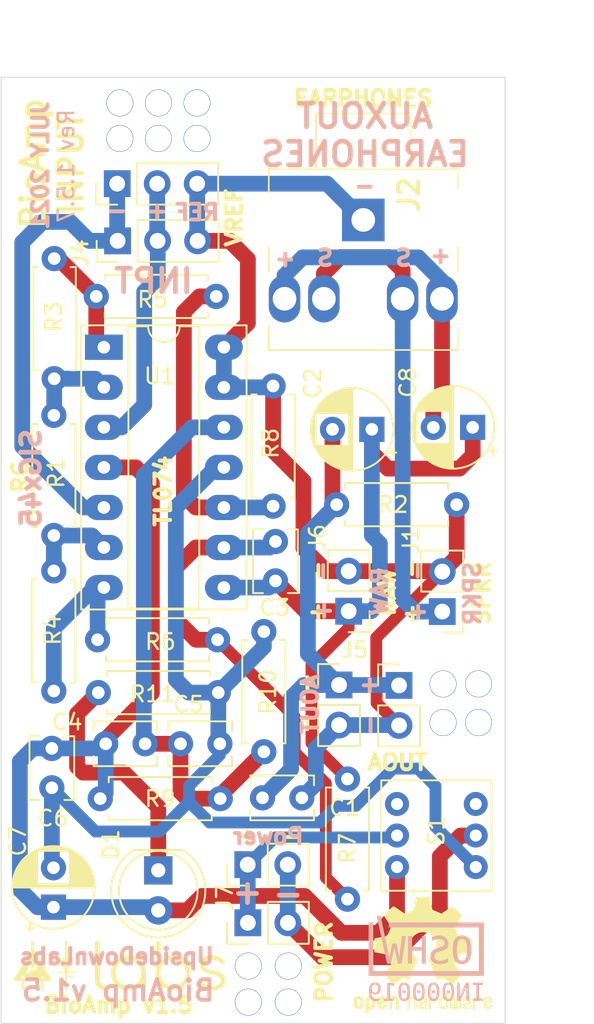
<source format=kicad_pcb>
(kicad_pcb (version 20171130) (host pcbnew 5.1.10-1.fc32)
  (title_block (title "BioAmp v1.5") (date 2021-07-29) (rev v1.5.7) (company "Upside Down Labs") (comment 1 "Compatible with BYB Spike Recorder") (comment 2 "Single supply BioAmp") (comment 3 "TL074 based BioPotential Amplifier") (comment 4 "Upside Down Labs BioAmp v1.5"))
  (layers (0 F.Cu signal) (31 B.Cu signal) (34 B.Paste user hide) (35 F.Paste user hide) (36 B.SilkS user) (37 F.SilkS user) (38 B.Mask user hide) (39 F.Mask user hide) (44 Edge.Cuts user))
  (net 0 "")
  (net 1 ACout)
  (net 2 Vref)
  (net 3 Aout)
  (net 4 "Net-(C3-Pad1)")
  (net 5 +9V)
  (net 6 "Net-(C4-Pad1)")
  (net 7 GND)
  (net 8 "Net-(D1-Pad1)")
  (net 9 "Net-(J1-Pad1)")
  (net 10 E2)
  (net 11 E1)
  (net 12 "Net-(R1-Pad2)")
  (net 13 "Net-(R1-Pad1)")
  (net 14 "Net-(R3-Pad1)")
  (net 15 "Net-(R4-Pad1)")
  (net 16 "Net-(R5-Pad1)")
  (net 17 "Net-(S1-Pad1)")
  (net 18 B+)
  (net 19 "Net-(S1-Pad4)")
  (net 20 B-)
  (net 21 ACout_spkr)
  (module udlabs:udlabsNew_13.4x3.2mm (layer F.Cu) (at 131.0386 122.2248)
    (fp_text reference REF** hide)
    (fp_text value LOGO hide)
  )
  (module udlabs:OSHWA_IN000019_9.1x6.7 (layer B.Cu) (at 150.5 122 180)
    (fp_text reference REF** hide)
    (fp_text value LOGO hide)
  )
  (module Symbol:OSHW-Logo2_9.8x8mm_SilkScreen (layer F.Cu) (at 150.2972 121.5812)
    (fp_text reference REF** hide)
    (fp_text value OSHW-Logo2_9.8x8mm_SilkScreen hide)
  )
  (module udlabs:G64_DPDT (layer F.Cu) (at 151.6434 110.9894 270)
    (fp_text reference S1 (at 2.6924 0.508 90) (layer F.SilkS))
    (fp_text value TL2285EE)
    (pad 6 thru_hole circle (at 5 -2 270) (size 1.524 1.524) (drill 0.762) (layers *.Cu *.Mask) (net 7 GND))
    (pad 5 thru_hole circle (at 3 -2 270) (size 1.524 1.524) (drill 0.762) (layers *.Cu *.Mask) (net 20 B-))
    (pad 4 thru_hole circle (at 1 -2 270) (size 1.524 1.524) (drill 0.762) (layers *.Cu *.Mask) (net 19 "Net-(S1-Pad4)"))
    (pad 3 thru_hole circle (at 5 3 270) (size 1.524 1.524) (drill 0.762) (layers *.Cu *.Mask) (net 5 +9V))
    (pad 2 thru_hole circle (at 3 3 270) (size 1.524 1.524) (drill 0.762) (layers *.Cu *.Mask) (net 18 B+))
    (pad 1 thru_hole circle (at 1 3 270) (size 1.524 1.524) (drill 0.762) (layers *.Cu *.Mask) (net 17 "Net-(S1-Pad1)"))
  )
  (module Connector_PinHeader_2.54mm:PinHeader_1x02_P2.54mm_Vertical (layer F.Cu) (at 139.172 119.5238 90)
    (fp_text reference J7 (at 1.6002 -1.4732 90) (layer F.SilkS))
    (fp_text value "9v snap")
    (pad 2 thru_hole oval (at 0 2.54 90) (size 1.7 1.7) (drill 1) (layers *.Cu *.Mask) (net 20 B-))
    (pad 1 thru_hole rect (at 0 0 90) (size 1.7 1.7) (drill 1) (layers *.Cu *.Mask) (net 18 B+))
  )
  (module Capacitor_THT:C_Disc_D3.8mm_W2.6mm_P2.50mm (layer F.Cu) (at 142.601 111.599 180)
    (fp_text reference C1 (at -2.7178 -0.635) (layer F.SilkS))
    (fp_text value 100nF)
    (pad 2 thru_hole circle (at 2.5 0 180) (size 1.6 1.6) (drill 0.8) (layers *.Cu *.Mask) (net 1 ACout))
    (pad 1 thru_hole circle (at 0 0 180) (size 1.6 1.6) (drill 0.8) (layers *.Cu *.Mask) (net 2 Vref))
  )
  (module Capacitor_THT:CP_Radial_D5.0mm_P2.50mm (layer F.Cu) (at 153.4468 88.104 180)
    (fp_text reference C8 (at 4.1148 2.8448 90) (layer F.SilkS))
    (fp_text value 47uF)
    (pad 2 thru_hole circle (at 2.5 0 180) (size 1.6 1.6) (drill 0.8) (layers *.Cu *.Mask) (net 21 ACout_spkr))
    (pad 1 thru_hole rect (at 0 0 180) (size 1.6 1.6) (drill 0.8) (layers *.Cu *.Mask) (net 3 Aout))
  )
  (module Capacitor_THT:CP_Radial_D5.0mm_P2.50mm (layer F.Cu) (at 147.046 88.231 180)
    (fp_text reference C2 (at 3.7592 2.921 90) (layer F.SilkS))
    (fp_text value 47uF)
    (pad 2 thru_hole circle (at 2.5 0 180) (size 1.6 1.6) (drill 0.8) (layers *.Cu *.Mask) (net 1 ACout))
    (pad 1 thru_hole rect (at 0 0 180) (size 1.6 1.6) (drill 0.8) (layers *.Cu *.Mask) (net 3 Aout))
  )
  (module Connector_PinHeader_2.54mm:PinHeader_1x02_P2.54mm_Vertical (layer F.Cu) (at 144.9632 104.4438)
    (fp_text reference J5 (at 0.9906 -2.2174) (layer F.SilkS))
    (fp_text value Conn_01x02_Male)
    (pad 1 thru_hole rect (at 0 0) (size 1.7 1.7) (drill 1) (layers *.Cu *.Mask) (net 1 ACout))
    (pad 2 thru_hole oval (at 0 2.54) (size 1.7 1.7) (drill 1) (layers *.Cu *.Mask) (net 2 Vref))
  )
  (module udlabs:PJ3062CO (layer F.Cu) (at 146.5 74.95 270)
    (fp_text reference J2 (at -1.6034 -2.9082 90) (layer F.SilkS) (effects (font (size 1.27 1.27) (thickness 0.254))))
    (fp_text value PJ-3062-CO hide)
    (pad MH3 np_thru_hole circle (at 0 5 270) (size 1.6 0) (drill 1.6) (layers *.Cu *.Mask))
    (pad MH2 np_thru_hole circle (at 0 -5 270) (size 1.6 0) (drill 1.6) (layers *.Cu *.Mask))
    (pad MH1 np_thru_hole circle (at 5 0 270) (size 1.6 0) (drill 1.6) (layers *.Cu *.Mask))
    (pad 5 thru_hole oval (at 5 -2.5 270) (size 3 2) (drill 1.5) (layers *.Cu *.Mask) (net 9 "Net-(J1-Pad1)"))
    (pad 4 thru_hole oval (at 5 2.5 270) (size 3 2) (drill 1.5) (layers *.Cu *.Mask) (net 9 "Net-(J1-Pad1)"))
    (pad 3 thru_hole oval (at 5 -5 270) (size 3 2) (drill 1.5) (layers *.Cu *.Mask) (net 21 ACout_spkr))
    (pad 2 thru_hole oval (at 5 5 270) (size 3 2) (drill 1.5) (layers *.Cu *.Mask) (net 21 ACout_spkr))
    (pad 1 thru_hole rect (at 0 0 270) (size 2.704 2.704) (drill 1.5) (layers *.Cu *.Mask) (net 2 Vref))
  )
  (module Package_DIP:DIP-14_W7.62mm_Socket_LongPads (layer F.Cu) (at 130.028 83.024)
    (fp_text reference U1 (at 3.556 1.8288) (layer F.SilkS))
    (fp_text value TL074)
    (pad 14 thru_hole oval (at 7.62 0) (size 2.4 1.6) (drill 0.8) (layers *.Cu *.Mask) (net 2 Vref))
    (pad 7 thru_hole oval (at 0 15.24) (size 2.4 1.6) (drill 0.8) (layers *.Cu *.Mask) (net 15 "Net-(R4-Pad1)"))
    (pad 13 thru_hole oval (at 7.62 2.54) (size 2.4 1.6) (drill 0.8) (layers *.Cu *.Mask) (net 2 Vref))
    (pad 6 thru_hole oval (at 0 12.7) (size 2.4 1.6) (drill 0.8) (layers *.Cu *.Mask) (net 12 "Net-(R1-Pad2)"))
    (pad 12 thru_hole oval (at 7.62 5.08) (size 2.4 1.6) (drill 0.8) (layers *.Cu *.Mask) (net 6 "Net-(C4-Pad1)"))
    (pad 5 thru_hole oval (at 0 10.16) (size 2.4 1.6) (drill 0.8) (layers *.Cu *.Mask) (net 10 E2))
    (pad 11 thru_hole oval (at 7.62 7.62) (size 2.4 1.6) (drill 0.8) (layers *.Cu *.Mask) (net 7 GND))
    (pad 4 thru_hole oval (at 0 7.62) (size 2.4 1.6) (drill 0.8) (layers *.Cu *.Mask) (net 5 +9V))
    (pad 10 thru_hole oval (at 7.62 10.16) (size 2.4 1.6) (drill 0.8) (layers *.Cu *.Mask) (net 16 "Net-(R5-Pad1)"))
    (pad 3 thru_hole oval (at 0 5.08) (size 2.4 1.6) (drill 0.8) (layers *.Cu *.Mask) (net 11 E1))
    (pad 9 thru_hole oval (at 7.62 12.7) (size 2.4 1.6) (drill 0.8) (layers *.Cu *.Mask) (net 4 "Net-(C3-Pad1)"))
    (pad 2 thru_hole oval (at 0 2.54) (size 2.4 1.6) (drill 0.8) (layers *.Cu *.Mask) (net 13 "Net-(R1-Pad1)"))
    (pad 8 thru_hole oval (at 7.62 15.24) (size 2.4 1.6) (drill 0.8) (layers *.Cu *.Mask) (net 3 Aout))
    (pad 1 thru_hole rect (at 0 0) (size 2.4 1.6) (drill 0.8) (layers *.Cu *.Mask) (net 14 "Net-(R3-Pad1)"))
  )
  (module Connector_PinHeader_2.54mm:PinHeader_1x02_P2.54mm_Vertical (layer F.Cu) (at 148.7732 104.4688)
    (fp_text reference J5 (at -2.8194 -2.2424) (layer F.SilkS))
    (fp_text value "Audio cable")
    (pad 1 thru_hole rect (at 0 0) (size 1.7 1.7) (drill 1) (layers *.Cu *.Mask) (net 1 ACout))
    (pad 2 thru_hole oval (at 0 2.54) (size 1.7 1.7) (drill 1) (layers *.Cu *.Mask) (net 2 Vref))
  )
  (module LED_THT:LED_D5.0mm (layer F.Cu) (at 133.4824 116.1964 270)
    (fp_text reference D1 (at -1.6256 2.9972 90) (layer F.SilkS))
    (fp_text value "RED LED")
    (pad 2 thru_hole circle (at 2.54 0 270) (size 1.8 1.8) (drill 0.9) (layers *.Cu *.Mask) (net 5 +9V))
    (pad 1 thru_hole rect (at 0 0 270) (size 1.8 1.8) (drill 0.9) (layers *.Cu *.Mask) (net 8 "Net-(D1-Pad1)"))
  )
  (module Resistor_THT:R_Axial_DIN0207_L6.3mm_D2.5mm_P7.62mm_Horizontal (layer F.Cu) (at 129.7994 111.6498)
    (fp_text reference R9 (at 3.798 0.004) (layer F.SilkS))
    (fp_text value 100k)
    (pad 2 thru_hole oval (at 7.62 0) (size 1.6 1.6) (drill 0.8) (layers *.Cu *.Mask) (net 6 "Net-(C4-Pad1)"))
    (pad 1 thru_hole circle (at 0 0) (size 1.6 1.6) (drill 0.8) (layers *.Cu *.Mask) (net 5 +9V))
  )
  (module Capacitor_THT:CP_Radial_D5.0mm_P2.50mm (layer F.Cu) (at 126.8276 118.5332 90)
    (fp_text reference C7 (at 4.191 -2.2606 90) (layer F.SilkS))
    (fp_text value 47uF)
    (pad 2 thru_hole circle (at 2.5 0 90) (size 1.6 1.6) (drill 0.8) (layers *.Cu *.Mask) (net 7 GND))
    (pad 1 thru_hole rect (at 0 0 90) (size 1.6 1.6) (drill 0.8) (layers *.Cu *.Mask) (net 5 +9V))
  )
  (module Connector_PinHeader_2.54mm:PinHeader_1x03_P2.54mm_Vertical (layer F.Cu) (at 130.9 76.275 90)
    (fp_text reference J4 (at -0.7546 -2.396 90) (layer F.SilkS))
    (fp_text value Conn_01x03_Male)
    (pad 3 thru_hole oval (at 0 5.08 90) (size 1.7 1.7) (drill 1) (layers *.Cu *.Mask) (net 2 Vref))
    (pad 2 thru_hole oval (at 0 2.54 90) (size 1.7 1.7) (drill 1) (layers *.Cu *.Mask) (net 11 E1))
    (pad 1 thru_hole rect (at 0 0 90) (size 1.7 1.7) (drill 1) (layers *.Cu *.Mask) (net 10 E2))
  )
  (module Connector_PinHeader_2.54mm:PinHeader_1x03_P2.54mm_Vertical (layer F.Cu) (at 130.875 72.65 90)
    (fp_text reference J4 (at -4.405 -2.3456 90) (layer F.SilkS))
    (fp_text value "Electode cable")
    (pad 1 thru_hole rect (at 0 0 90) (size 1.7 1.7) (drill 1) (layers *.Cu *.Mask) (net 10 E2))
    (pad 2 thru_hole oval (at 0 2.54 90) (size 1.7 1.7) (drill 1) (layers *.Cu *.Mask) (net 11 E1))
    (pad 3 thru_hole oval (at 0 5.08 90) (size 1.7 1.7) (drill 1) (layers *.Cu *.Mask) (net 2 Vref))
  )
  (module Resistor_THT:R_Axial_DIN0207_L6.3mm_D2.5mm_P7.62mm_Horizontal (layer F.Cu) (at 137.25 101.575 180)
    (fp_text reference R6 (at 3.632 -0.126) (layer F.SilkS))
    (fp_text value 10k)
    (pad 2 thru_hole oval (at 7.62 0 180) (size 1.6 1.6) (drill 0.8) (layers *.Cu *.Mask) (net 15 "Net-(R4-Pad1)"))
    (pad 1 thru_hole circle (at 0 0 180) (size 1.6 1.6) (drill 0.8) (layers *.Cu *.Mask) (net 4 "Net-(C3-Pad1)"))
  )
  (module Resistor_THT:R_Axial_DIN0207_L6.3mm_D2.5mm_P7.62mm_Horizontal (layer F.Cu) (at 129.675 104.925)
    (fp_text reference R11 (at 3.4518 0.0954) (layer F.SilkS))
    (fp_text value 1k)
    (pad 2 thru_hole oval (at 7.62 0) (size 1.6 1.6) (drill 0.8) (layers *.Cu *.Mask) (net 7 GND))
    (pad 1 thru_hole circle (at 0 0) (size 1.6 1.6) (drill 0.8) (layers *.Cu *.Mask) (net 8 "Net-(D1-Pad1)"))
  )
  (module Capacitor_THT:C_Disc_D3.8mm_W2.6mm_P2.50mm (layer F.Cu) (at 126.726 110.964 90)
    (fp_text reference C6 (at -1.9304 0.0762) (layer F.SilkS))
    (fp_text value 100nF)
    (pad 2 thru_hole circle (at 2.5 0 90) (size 1.6 1.6) (drill 0.8) (layers *.Cu *.Mask) (net 5 +9V))
    (pad 1 thru_hole circle (at 0 0 90) (size 1.6 1.6) (drill 0.8) (layers *.Cu *.Mask) (net 7 GND))
  )
  (module Connector_PinHeader_2.54mm:PinHeader_1x02_P2.54mm_Vertical (layer F.Cu) (at 139.1644 115.835 90)
    (fp_text reference J7 (at -2.0886 -1.4656 90) (layer F.SilkS))
    (fp_text value Conn_01x02_Male)
    (pad 1 thru_hole rect (at 0 0 90) (size 1.7 1.7) (drill 1) (layers *.Cu *.Mask) (net 18 B+))
    (pad 2 thru_hole oval (at 0 2.54 90) (size 1.7 1.7) (drill 1) (layers *.Cu *.Mask) (net 20 B-))
  )
  (module Resistor_THT:R_Axial_DIN0207_L6.3mm_D2.5mm_P7.62mm_Horizontal (layer F.Cu) (at 140.188 108.678 90)
    (fp_text reference R10 (at 3.81 0.254 90) (layer F.SilkS))
    (fp_text value 100k)
    (pad 2 thru_hole oval (at 7.62 0 90) (size 1.6 1.6) (drill 0.8) (layers *.Cu *.Mask) (net 7 GND))
    (pad 1 thru_hole circle (at 0 0 90) (size 1.6 1.6) (drill 0.8) (layers *.Cu *.Mask) (net 6 "Net-(C4-Pad1)"))
  )
  (module Resistor_THT:R_Axial_DIN0207_L6.3mm_D2.5mm_P7.62mm_Horizontal (layer F.Cu) (at 140.775 93.1 90)
    (fp_text reference R8 (at 3.984 -0.166 90) (layer F.SilkS))
    (fp_text value 10k)
    (pad 2 thru_hole oval (at 7.62 0 90) (size 1.6 1.6) (drill 0.8) (layers *.Cu *.Mask) (net 2 Vref))
    (pad 1 thru_hole circle (at 0 0 90) (size 1.6 1.6) (drill 0.8) (layers *.Cu *.Mask) (net 16 "Net-(R5-Pad1)"))
  )
  (module Resistor_THT:R_Axial_DIN0207_L6.3mm_D2.5mm_P7.62mm_Horizontal (layer F.Cu) (at 145.4966 118.0252 90)
    (fp_text reference R7 (at 3.2258 0 90) (layer F.SilkS))
    (fp_text value 10k)
    (pad 2 thru_hole oval (at 7.62 0 90) (size 1.6 1.6) (drill 0.8) (layers *.Cu *.Mask) (net 3 Aout))
    (pad 1 thru_hole circle (at 0 0 90) (size 1.6 1.6) (drill 0.8) (layers *.Cu *.Mask) (net 4 "Net-(C3-Pad1)"))
  )
  (module Resistor_THT:R_Axial_DIN0207_L6.3mm_D2.5mm_P7.62mm_Horizontal (layer F.Cu) (at 137.1654 79.7982 180)
    (fp_text reference R5 (at 4.032 -0.205) (layer F.SilkS))
    (fp_text value 10k)
    (pad 2 thru_hole oval (at 7.62 0 180) (size 1.6 1.6) (drill 0.8) (layers *.Cu *.Mask) (net 14 "Net-(R3-Pad1)"))
    (pad 1 thru_hole circle (at 0 0 180) (size 1.6 1.6) (drill 0.8) (layers *.Cu *.Mask) (net 16 "Net-(R5-Pad1)"))
  )
  (module Resistor_THT:R_Axial_DIN0207_L6.3mm_D2.5mm_P7.62mm_Horizontal (layer F.Cu) (at 126.85 104.825 90)
    (fp_text reference R4 (at 3.868 -0.087 90) (layer F.SilkS))
    (fp_text value 220k)
    (pad 2 thru_hole oval (at 7.62 0 90) (size 1.6 1.6) (drill 0.8) (layers *.Cu *.Mask) (net 12 "Net-(R1-Pad2)"))
    (pad 1 thru_hole circle (at 0 0 90) (size 1.6 1.6) (drill 0.8) (layers *.Cu *.Mask) (net 15 "Net-(R4-Pad1)"))
  )
  (module Resistor_THT:R_Axial_DIN0207_L6.3mm_D2.5mm_P7.62mm_Horizontal (layer F.Cu) (at 126.875 77.4 270)
    (fp_text reference R3 (at 3.691 0.018 90) (layer F.SilkS))
    (fp_text value 220k)
    (pad 2 thru_hole oval (at 7.62 0 270) (size 1.6 1.6) (drill 0.8) (layers *.Cu *.Mask) (net 13 "Net-(R1-Pad1)"))
    (pad 1 thru_hole circle (at 0 0 270) (size 1.6 1.6) (drill 0.8) (layers *.Cu *.Mask) (net 14 "Net-(R3-Pad1)"))
  )
  (module Resistor_THT:R_Axial_DIN0207_L6.3mm_D2.5mm_P7.62mm_Horizontal (layer F.Cu) (at 144.8108 93.0062)
    (fp_text reference R2 (at 3.5814 0) (layer F.SilkS))
    (fp_text value 10k)
    (pad 2 thru_hole oval (at 7.62 0) (size 1.6 1.6) (drill 0.8) (layers *.Cu *.Mask) (net 2 Vref))
    (pad 1 thru_hole circle (at 0 0) (size 1.6 1.6) (drill 0.8) (layers *.Cu *.Mask) (net 1 ACout))
  )
  (module Resistor_THT:R_Axial_DIN0207_L6.3mm_D2.5mm_P7.62mm_Horizontal (layer F.Cu) (at 126.853 87.342 270)
    (fp_text reference R1 (at 3.658 -0.147 90) (layer F.SilkS))
    (fp_text value 10k)
    (pad 2 thru_hole oval (at 7.62 0 270) (size 1.6 1.6) (drill 0.8) (layers *.Cu *.Mask) (net 12 "Net-(R1-Pad2)"))
    (pad 1 thru_hole circle (at 0 0 270) (size 1.6 1.6) (drill 0.8) (layers *.Cu *.Mask) (net 13 "Net-(R1-Pad1)"))
  )
  (module Connector_PinHeader_2.54mm:PinHeader_1x02_P2.54mm_Vertical (layer F.Cu) (at 145.5728 99.7626 180)
    (fp_text reference J6 (at 1.9812 4.6736 90) (layer F.SilkS))
    (fp_text value Conn_01x02_Male)
    (pad 2 thru_hole oval (at 0 2.54 180) (size 1.7 1.7) (drill 1) (layers *.Cu *.Mask) (net 2 Vref))
    (pad 1 thru_hole rect (at 0 0 180) (size 1.7 1.7) (drill 1) (layers *.Cu *.Mask) (net 3 Aout))
  )
  (module Connector_PinHeader_2.54mm:PinHeader_1x02_P2.54mm_Vertical (layer F.Cu) (at 151.5164 99.788 180)
    (fp_text reference J1 (at 1.9812 4.5212 90) (layer F.SilkS))
    (fp_text value Conn_01x02_Male)
    (pad 2 thru_hole oval (at 0 2.54 180) (size 1.7 1.7) (drill 1) (layers *.Cu *.Mask) (net 2 Vref))
    (pad 1 thru_hole rect (at 0 0 180) (size 1.7 1.7) (drill 1) (layers *.Cu *.Mask) (net 9 "Net-(J1-Pad1)"))
  )
  (module Capacitor_THT:C_Disc_D3.8mm_W2.6mm_P2.50mm (layer F.Cu) (at 137.394 108.17 180)
    (fp_text reference C5 (at 1.9812 2.4892) (layer F.SilkS))
    (fp_text value 100nF)
    (pad 1 thru_hole circle (at 0 0 180) (size 1.6 1.6) (drill 0.8) (layers *.Cu *.Mask) (net 7 GND))
    (pad 2 thru_hole circle (at 2.5 0 180) (size 1.6 1.6) (drill 0.8) (layers *.Cu *.Mask) (net 6 "Net-(C4-Pad1)"))
  )
  (module Capacitor_THT:C_Disc_D3.8mm_W2.6mm_P2.50mm (layer F.Cu) (at 132.6442 108.17 180)
    (fp_text reference C4 (at 4.953 1.3716) (layer F.SilkS))
    (fp_text value 100nF)
    (pad 1 thru_hole circle (at 0 0 180) (size 1.6 1.6) (drill 0.8) (layers *.Cu *.Mask) (net 6 "Net-(C4-Pad1)"))
    (pad 2 thru_hole circle (at 2.5 0 180) (size 1.6 1.6) (drill 0.8) (layers *.Cu *.Mask) (net 5 +9V))
  )
  (module Capacitor_THT:C_Disc_D3.8mm_W2.6mm_P2.50mm (layer F.Cu) (at 140.9246 95.343 270)
    (fp_text reference C3 (at 4.191 0.0508 180) (layer F.SilkS))
    (fp_text value 100nF)
    (pad 2 thru_hole circle (at 2.5 0 270) (size 1.6 1.6) (drill 0.8) (layers *.Cu *.Mask) (net 3 Aout))
    (pad 1 thru_hole circle (at 0 0 270) (size 1.6 1.6) (drill 0.8) (layers *.Cu *.Mask) (net 4 "Net-(C3-Pad1)"))
  )
  (gr_text "Rev 1.5.7" (at 127.635 71.5264 90) (layer B.SilkS) (effects (font (size 1 1)) (justify mirror)))
  (gr_text S (at 144.0742 77.3598) (layer B.SilkS) (effects (font (size 1 1) (thickness 0.25)) (justify mirror)))
  (gr_text S (at 149.0526 77.3598) (layer B.SilkS) (effects (font (size 1 1) (thickness 0.25)) (justify mirror)))
  (gr_text + (at 151.3386 77.2582 90) (layer B.SilkS) (effects (font (size 1 1) (thickness 0.25))))
  (gr_text + (at 141.4834 77.4614 90) (layer B.SilkS) (effects (font (size 1 1) (thickness 0.25))))
  (gr_text - (at 146.5888 72.9148 180) (layer B.SilkS) (effects (font (size 1 1) (thickness 0.25))))
  (gr_text "AUXOUT\nEARPHONES" (at 146.6088 69.5706) (layer B.SilkS) (effects (font (size 1.5 1.5) (thickness 0.3)) (justify mirror)))
  (gr_text AOUT (at 148.6716 109.3384) (layer F.SilkS) (effects (font (size 1 1) (thickness 0.25))))
  (gr_text + (at 143.6424 99.7626) (layer F.SilkS) (effects (font (size 1 1) (thickness 0.25))))
  (gr_text + (at 149.6368 99.8642) (layer F.SilkS) (effects (font (size 1 1) (thickness 0.25))))
  (gr_text SIGx45 (at 125.3998 91.3384 90) (layer B.SilkS) (effects (font (size 1.2 1.2) (thickness 0.3)) (justify mirror)))
  (gr_text "BioAmp\nINPUT" (at 126.726 71.3654 90) (layer F.SilkS) (effects (font (size 1.5 1.5) (thickness 0.3))))
  (gr_line (start 123.508 125.8984) (end 123.508 65.8984) (layer Edge.Cuts) (width 0.05))
  (gr_line (start 155.508 125.8984) (end 123.508 125.8984) (layer Edge.Cuts) (width 0.05))
  (gr_line (start 155.508 65.8984) (end 155.508 125.8984) (layer Edge.Cuts) (width 0.05))
  (gr_line (start 123.508 65.8984) (end 155.508 65.8984) (layer Edge.Cuts) (width 0.05))
  (gr_text - (at 143.7186 97.1718 270) (layer F.SilkS) (effects (font (size 1 1) (thickness 0.25) italic)))
  (gr_text TL074 (at 133.7872 92.1426 90) (layer F.SilkS) (effects (font (size 1 1) (thickness 0.25))))
  (gr_text REF (at 135.9408 74.4728) (layer B.SilkS) (effects (font (size 1 1) (thickness 0.25)) (justify mirror)))
  (gr_text - (at 130.8608 74.4728 180) (layer B.SilkS) (effects (font (size 1 1) (thickness 0.25))))
  (gr_text + (at 133.35 74.422 90) (layer B.SilkS) (effects (font (size 1 1) (thickness 0.25))))
  (gr_text - (at 144.0234 97.2226 270) (layer B.SilkS) (effects (font (size 1 1) (thickness 0.25))))
  (gr_text + (at 143.9472 99.7372 90) (layer B.SilkS) (effects (font (size 1 1) (thickness 0.25))))
  (gr_text + (at 149.9162 99.8134 90) (layer B.SilkS) (effects (font (size 1 1) (thickness 0.25))))
  (gr_text + (at 146.8428 104.4616 90) (layer B.SilkS) (effects (font (size 1 1) (thickness 0.25))))
  (gr_text - (at 149.5352 97.0702 90) (layer F.SilkS) (effects (font (size 1 1) (thickness 0.25) italic)))
  (gr_text - (at 142.8804 106.9 90) (layer F.SilkS) (effects (font (size 1 1) (thickness 0.25) italic)))
  (gr_text SPKR (at 153.4214 98.645 90) (layer B.SilkS) (effects (font (size 1 1) (thickness 0.25)) (justify mirror)))
  (gr_text RAW (at 148.0112 98.5434 90) (layer F.SilkS) (effects (font (size 1 1) (thickness 0.25))))
  (gr_text - (at 149.8908 97.1718 90) (layer B.SilkS) (effects (font (size 1 1) (thickness 0.25))))
  (gr_text - (at 146.8936 107.0016 90) (layer B.SilkS) (effects (font (size 1 1) (thickness 0.25))))
  (gr_text VREF (at 138.3084 74.7944 90) (layer F.SilkS) (effects (font (size 1 1) (thickness 0.25))))
  (gr_text + (at 142.9566 104.2584) (layer F.SilkS) (effects (font (size 1 1) (thickness 0.25))))
  (gr_text POWER (at 144 122 90) (layer F.SilkS) (effects (font (size 1 1) (thickness 0.25))))
  (gr_text + (at 139.172 113.9612) (layer F.SilkS) (effects (font (size 1 1) (thickness 0.25))))
  (gr_text - (at 142.0168 114.012) (layer F.SilkS) (effects (font (size 1 1) (thickness 0.25))))
  (gr_text "JULY 2021" (at 126 71.5 90) (layer B.SilkS) (effects (font (size 1 1) (thickness 0.25)) (justify mirror)))
  (gr_text "BioAmp v1.5" (at 130.9624 124.7394) (layer F.SilkS) (effects (font (size 1 1) (thickness 0.25))))
  (gr_text RG (at 124.7448 91.2282 90) (layer F.SilkS) (effects (font (size 1 1) (thickness 0.25))))
  (gr_text EARPHONES (at 146.4872 67.2506) (layer F.SilkS) (effects (font (size 1 1) (thickness 0.25))))
  (gr_text SPKR (at 154.031 98.6196 90) (layer F.SilkS) (effects (font (size 1 1) (thickness 0.25))))
  (gr_text INPT (at 133.1776 78.833) (layer B.SilkS) (effects (font (size 1.5 1.5) (thickness 0.3)) (justify mirror)))
  (gr_text "BioAmp v1.5" (at 130.9424 123.8164) (layer B.SilkS) (effects (font (size 1.3 1.3) (thickness 0.25)) (justify mirror)))
  (gr_text UpsideDownLabs (at 130.8408 121.6574) (layer B.SilkS) (effects (font (size 1 1) (thickness 0.25)) (justify mirror)))
  (gr_text Power (at 140.462 114.046) (layer B.SilkS) (effects (font (size 1 1) (thickness 0.25)) (justify mirror)))
  (gr_text - (at 141.732 117.6655) (layer B.SilkS) (effects (font (size 1.5 1.5) (thickness 0.3)) (justify mirror)))
  (gr_text + (at 139.045 117.6655 90) (layer B.SilkS) (effects (font (size 1.5 1.5) (thickness 0.3)) (justify mirror)))
  (gr_text RAW (at 147.5286 98.518 90) (layer B.SilkS) (effects (font (size 1 1) (thickness 0.25)) (justify mirror)))
  (gr_text AOUT (at 143.129 105.664 90) (layer B.SilkS) (effects (font (size 1 1) (thickness 0.25)) (justify mirror)))
  (via (at 141.7374 122.267) (size 1.7) (drill 1.65) (layers F.Cu B.Cu) (net 0))
  (via (at 139.1974 122.267) (size 1.7) (drill 1.65) (layers F.Cu B.Cu) (net 0))
  (via (at 141.7374 124.553) (size 1.7) (drill 1.65) (layers F.Cu B.Cu) (net 0))
  (via (at 139.1974 124.553) (size 1.7) (drill 1.65) (layers F.Cu B.Cu) (net 0))
  (via (at 131.044 67.53) (size 1.7) (drill 1.65) (layers F.Cu B.Cu) (net 0))
  (via (at 133.494 67.53) (size 1.7) (drill 1.65) (layers F.Cu B.Cu) (net 0))
  (via (at 135.944 67.53) (size 1.7) (drill 1.65) (layers F.Cu B.Cu) (net 0))
  (via (at 131.044 69.784) (size 1.7) (drill 1.65) (layers F.Cu B.Cu) (net 0))
  (via (at 133.494 69.784) (size 1.7) (drill 1.65) (layers F.Cu B.Cu) (net 0))
  (via (at 135.944 69.784) (size 1.7) (drill 1.65) (layers F.Cu B.Cu) (net 0))
  (via (at 151.5672 106.8238) (size 1.7) (drill 1.65) (layers F.Cu B.Cu) (net 0))
  (via (at 151.5672 104.3738) (size 1.7) (drill 1.65) (layers F.Cu B.Cu) (net 0))
  (via (at 153.8212 106.8238) (size 1.7) (drill 1.65) (layers F.Cu B.Cu) (net 0))
  (via (at 153.8212 104.3738) (size 1.7) (drill 1.65) (layers F.Cu B.Cu) (net 0))
  (segment (start 148.7482 104.4438) (end 148.7732 104.4688) (width 1) (layer B.Cu) (net 1))
  (segment (start 144.9632 104.4438) (end 148.7482 104.4438) (width 1) (layer B.Cu) (net 1))
  (segment (start 140.101 111.599) (end 141.9152 109.7848) (width 1) (layer B.Cu) (net 1))
  (segment (start 141.9152 109.7848) (end 141.9152 105.249) (width 1) (layer B.Cu) (net 1))
  (segment (start 142.7204 104.4438) (end 144.9632 104.4438) (width 1) (layer B.Cu) (net 1))
  (segment (start 141.9152 105.249) (end 142.7204 104.4438) (width 1) (layer B.Cu) (net 1))
  (segment (start 144.8108 93.0062) (end 142.982 94.835) (width 1) (layer B.Cu) (net 1))
  (segment (start 142.982 102.4626) (end 144.9632 104.4438) (width 1) (layer B.Cu) (net 1))
  (segment (start 142.982 94.835) (end 142.982 102.4626) (width 1) (layer B.Cu) (net 1))
  (segment (start 144.546 92.7414) (end 144.8108 93.0062) (width 1) (layer F.Cu) (net 1))
  (segment (start 144.546 88.231) (end 144.546 92.7414) (width 1) (layer F.Cu) (net 1))
  (segment (start 137.648 83.024) (end 137.648 85.564) (width 1) (layer B.Cu) (net 2))
  (segment (start 140.691 85.564) (end 140.775 85.48) (width 1) (layer B.Cu) (net 2))
  (segment (start 137.648 85.564) (end 140.691 85.564) (width 1) (layer B.Cu) (net 2))
  (segment (start 135.955 76.25) (end 135.98 76.275) (width 1) (layer B.Cu) (net 2))
  (segment (start 135.955 72.65) (end 135.955 76.25) (width 1) (layer B.Cu) (net 2))
  (segment (start 144.2 72.65) (end 146.5 74.95) (width 1) (layer B.Cu) (net 2))
  (segment (start 135.955 72.65) (end 144.2 72.65) (width 1) (layer B.Cu) (net 2))
  (segment (start 135.98 76.275) (end 138.011 76.275) (width 1) (layer F.Cu) (net 2))
  (segment (start 138.011 76.275) (end 139.172 77.436) (width 1) (layer F.Cu) (net 2))
  (segment (start 139.172 81.5) (end 137.648 83.024) (width 1) (layer F.Cu) (net 2))
  (segment (start 139.172 77.436) (end 139.172 81.5) (width 1) (layer F.Cu) (net 2))
  (segment (start 148.7482 106.9838) (end 148.7732 107.0088) (width 1) (layer B.Cu) (net 2))
  (segment (start 144.9632 106.9838) (end 148.7482 106.9838) (width 1) (layer B.Cu) (net 2))
  (segment (start 140.775 85.48) (end 140.775 89.58) (width 1) (layer F.Cu) (net 2))
  (segment (start 140.775 89.58) (end 142.7026 91.5076) (width 1) (layer F.Cu) (net 2))
  (segment (start 142.7026 91.5076) (end 142.7026 95.7748) (width 1) (layer F.Cu) (net 2))
  (segment (start 144.1504 97.2226) (end 145.5728 97.2226) (width 1) (layer F.Cu) (net 2))
  (segment (start 142.7026 95.7748) (end 144.1504 97.2226) (width 1) (layer F.Cu) (net 2))
  (segment (start 151.491 97.2226) (end 151.5164 97.248) (width 1) (layer F.Cu) (net 2))
  (segment (start 145.5728 97.2226) (end 151.491 97.2226) (width 1) (layer F.Cu) (net 2))
  (segment (start 152.4308 96.3336) (end 151.5164 97.248) (width 1) (layer F.Cu) (net 2))
  (segment (start 152.4308 93.0062) (end 152.4308 96.3336) (width 1) (layer F.Cu) (net 2))
  (segment (start 142.601 111.599) (end 143.49 110.71) (width 1) (layer B.Cu) (net 2))
  (segment (start 143.49 108.457) (end 144.9632 106.9838) (width 1) (layer B.Cu) (net 2))
  (segment (start 143.49 110.71) (end 143.49 108.457) (width 1) (layer B.Cu) (net 2))
  (segment (start 151.5164 97.248) (end 147.3254 101.439) (width 0.75) (layer F.Cu) (net 2))
  (segment (start 147.348199 105.583799) (end 148.7732 107.0088) (width 0.75) (layer F.Cu) (net 2))
  (segment (start 147.348199 104.382799) (end 147.348199 105.583799) (width 0.75) (layer F.Cu) (net 2))
  (segment (start 147.3254 104.36) (end 147.348199 104.382799) (width 0.75) (layer F.Cu) (net 2))
  (segment (start 147.3254 101.439) (end 147.3254 104.36) (width 0.75) (layer F.Cu) (net 2))
  (segment (start 140.5036 98.264) (end 140.9246 97.843) (width 1) (layer B.Cu) (net 3))
  (segment (start 137.648 98.264) (end 140.5036 98.264) (width 1) (layer B.Cu) (net 3))
  (segment (start 142.8442 99.7626) (end 145.5728 99.7626) (width 1) (layer F.Cu) (net 3))
  (segment (start 140.9246 97.843) (end 142.8442 99.7626) (width 1) (layer F.Cu) (net 3))
  (segment (start 145.4966 110.4052) (end 143.2106 108.1192) (width 0.75) (layer F.Cu) (net 3))
  (segment (start 143.2106 108.1192) (end 143.2106 103.1916) (width 0.75) (layer F.Cu) (net 3))
  (segment (start 145.5728 100.8294) (end 145.5728 99.7626) (width 0.75) (layer F.Cu) (net 3))
  (segment (start 143.2106 103.1916) (end 145.5728 100.8294) (width 0.75) (layer F.Cu) (net 3))
  (segment (start 147.046 88.231) (end 147.046 89.7042) (width 1) (layer F.Cu) (net 3))
  (segment (start 147.046 89.7042) (end 148.062 90.7202) (width 1) (layer F.Cu) (net 3))
  (segment (start 148.062 90.7202) (end 152.6086 90.7202) (width 1) (layer F.Cu) (net 3))
  (segment (start 153.4468 89.882) (end 153.4468 88.104) (width 1) (layer F.Cu) (net 3))
  (segment (start 152.6086 90.7202) (end 153.4468 89.882) (width 1) (layer F.Cu) (net 3))
  (segment (start 145.5728 99.7626) (end 146.4618 99.7626) (width 1) (layer B.Cu) (net 3))
  (segment (start 147.046 88.231) (end 147.046 94.962) (width 1) (layer B.Cu) (net 3))
  (segment (start 147.046 94.962) (end 147.554 95.47) (width 1) (layer B.Cu) (net 3))
  (segment (start 147.554 95.47) (end 147.554 99.2038) (width 1) (layer B.Cu) (net 3))
  (segment (start 146.9952 99.7626) (end 145.5728 99.7626) (width 1) (layer B.Cu) (net 3))
  (segment (start 147.554 99.2038) (end 146.9952 99.7626) (width 1) (layer B.Cu) (net 3))
  (segment (start 137.648 95.724) (end 136.886 95.724) (width 0.75) (layer B.Cu) (net 4))
  (segment (start 137.25 101.575) (end 135.879 101.575) (width 1) (layer F.Cu) (net 4))
  (segment (start 135.879 101.575) (end 134.6 100.296) (width 1) (layer F.Cu) (net 4))
  (segment (start 134.6 100.296) (end 134.6 96.994) (width 1) (layer F.Cu) (net 4))
  (segment (start 135.87 95.724) (end 137.648 95.724) (width 1) (layer F.Cu) (net 4))
  (segment (start 134.6 96.994) (end 135.87 95.724) (width 1) (layer F.Cu) (net 4))
  (segment (start 140.5436 95.724) (end 140.9246 95.343) (width 1) (layer B.Cu) (net 4))
  (segment (start 137.648 95.724) (end 140.5436 95.724) (width 1) (layer B.Cu) (net 4))
  (segment (start 137.25 101.575) (end 142.1438 106.4688) (width 0.75) (layer F.Cu) (net 4))
  (segment (start 142.1438 108.7034) (end 144.121599 110.681199) (width 0.75) (layer F.Cu) (net 4))
  (segment (start 142.1438 106.4688) (end 142.1438 108.7034) (width 0.75) (layer F.Cu) (net 4))
  (segment (start 144.121599 116.650199) (end 145.4966 118.0252) (width 0.75) (layer F.Cu) (net 4))
  (segment (start 144.121599 110.681199) (end 144.121599 116.650199) (width 0.75) (layer F.Cu) (net 4))
  (segment (start 130.028 108.464) (end 130.322 108.17) (width 1) (layer F.Cu) (net 5))
  (segment (start 130.1442 107.876) (end 130.1442 108.17) (width 1) (layer F.Cu) (net 5))
  (segment (start 133.076 104.9442) (end 130.1442 107.876) (width 1) (layer F.Cu) (net 5))
  (segment (start 133.076 91.66) (end 133.076 104.9442) (width 1) (layer F.Cu) (net 5))
  (segment (start 132.06 90.644) (end 133.076 91.66) (width 1) (layer F.Cu) (net 5))
  (segment (start 130.028 90.644) (end 132.06 90.644) (width 1) (layer F.Cu) (net 5))
  (segment (start 126.726 108.464) (end 125.5176 108.464) (width 1) (layer B.Cu) (net 5))
  (segment (start 125.5176 108.464) (end 124.694 109.2876) (width 1) (layer B.Cu) (net 5))
  (segment (start 124.694 109.2876) (end 124.694 117.4156) (width 1) (layer B.Cu) (net 5))
  (segment (start 125.8116 118.5332) (end 126.8276 118.5332) (width 1) (layer B.Cu) (net 5))
  (segment (start 124.694 117.4156) (end 125.8116 118.5332) (width 1) (layer B.Cu) (net 5))
  (segment (start 133.2792 118.5332) (end 133.4824 118.7364) (width 1) (layer B.Cu) (net 5))
  (segment (start 126.8276 118.5332) (end 133.2792 118.5332) (width 1) (layer B.Cu) (net 5))
  (segment (start 148.6434 115.9894) (end 148.6434 118.9678) (width 1) (layer F.Cu) (net 5))
  (segment (start 148.6434 118.9678) (end 147.4524 120.1588) (width 1) (layer F.Cu) (net 5))
  (segment (start 147.4524 120.1588) (end 145.1156 120.1588) (width 1) (layer F.Cu) (net 5))
  (segment (start 145.1156 120.1588) (end 142.7788 117.822) (width 1) (layer F.Cu) (net 5))
  (segment (start 142.7788 117.822) (end 136.251 117.822) (width 1) (layer F.Cu) (net 5))
  (segment (start 135.3366 118.7364) (end 133.4824 118.7364) (width 1) (layer F.Cu) (net 5))
  (segment (start 136.251 117.822) (end 135.3366 118.7364) (width 1) (layer F.Cu) (net 5))
  (segment (start 129.8502 108.464) (end 130.1442 108.17) (width 1) (layer B.Cu) (net 5))
  (segment (start 126.726 108.464) (end 129.8502 108.464) (width 1) (layer B.Cu) (net 5))
  (segment (start 130.1442 111.305) (end 129.7994 111.6498) (width 1) (layer B.Cu) (net 5))
  (segment (start 130.1442 108.17) (end 130.1442 111.305) (width 1) (layer B.Cu) (net 5))
  (segment (start 137.648 88.104) (end 137.394 88.104) (width 0.75) (layer B.Cu) (net 6))
  (segment (start 135.616 88.104) (end 132.568 91.152) (width 1) (layer B.Cu) (net 6))
  (segment (start 137.648 88.104) (end 135.616 88.104) (width 1) (layer B.Cu) (net 6))
  (segment (start 132.568 107.916) (end 132.822 108.17) (width 1) (layer B.Cu) (net 6))
  (segment (start 132.6442 108.17) (end 134.894 108.17) (width 1) (layer F.Cu) (net 6))
  (segment (start 132.568 108.0938) (end 132.6442 108.17) (width 1) (layer B.Cu) (net 6))
  (segment (start 132.568 91.152) (end 132.568 108.0938) (width 1) (layer B.Cu) (net 6))
  (segment (start 137.4194 111.6498) (end 135.3112 111.6498) (width 1) (layer F.Cu) (net 6))
  (segment (start 134.894 111.2326) (end 134.894 108.17) (width 1) (layer F.Cu) (net 6))
  (segment (start 135.3112 111.6498) (end 134.894 111.2326) (width 1) (layer F.Cu) (net 6))
  (segment (start 137.4194 111.4466) (end 140.188 108.678) (width 1) (layer F.Cu) (net 6))
  (segment (start 137.4194 111.6498) (end 137.4194 111.4466) (width 1) (layer F.Cu) (net 6))
  (segment (start 137.295 108.071) (end 137.394 108.17) (width 1) (layer B.Cu) (net 7))
  (segment (start 137.295 104.925) (end 137.295 108.071) (width 1) (layer B.Cu) (net 7))
  (segment (start 140.188 102.032) (end 137.295 104.925) (width 1) (layer B.Cu) (net 7))
  (segment (start 140.188 101.058) (end 140.188 102.032) (width 1) (layer B.Cu) (net 7))
  (segment (start 134.6 104.106) (end 135.419 104.925) (width 1) (layer B.Cu) (net 7))
  (segment (start 134.6 93.184) (end 134.6 104.106) (width 1) (layer B.Cu) (net 7))
  (segment (start 137.14 90.644) (end 134.6 93.184) (width 1) (layer B.Cu) (net 7))
  (segment (start 137.648 90.644) (end 137.14 90.644) (width 1) (layer B.Cu) (net 7))
  (segment (start 135.419 104.925) (end 137.295 104.925) (width 1) (layer B.Cu) (net 7))
  (segment (start 126.726 115.9316) (end 126.8276 116.0332) (width 1) (layer B.Cu) (net 7))
  (segment (start 126.726 110.964) (end 126.726 115.9316) (width 1) (layer B.Cu) (net 7))
  (segment (start 137.394 108.8812) (end 137.394 108.17) (width 0.75) (layer B.Cu) (net 7))
  (segment (start 135.4382 110.837) (end 137.394 108.8812) (width 0.75) (layer B.Cu) (net 7))
  (segment (start 135.4382 111.853) (end 135.4382 110.837) (width 0.75) (layer B.Cu) (net 7))
  (segment (start 144.8108 112.107) (end 143.75421 113.16359) (width 0.75) (layer B.Cu) (net 7))
  (segment (start 149.967 109.7448) (end 148.3922 109.7448) (width 0.75) (layer B.Cu) (net 7))
  (segment (start 146.03 112.107) (end 144.8108 112.107) (width 0.75) (layer B.Cu) (net 7))
  (segment (start 151.0846 110.8624) (end 149.967 109.7448) (width 0.75) (layer B.Cu) (net 7))
  (segment (start 148.3922 109.7448) (end 146.03 112.107) (width 0.75) (layer B.Cu) (net 7))
  (segment (start 151.0846 113.4306) (end 151.0846 110.8624) (width 0.75) (layer B.Cu) (net 7))
  (segment (start 136.74879 113.16359) (end 135.4382 111.853) (width 0.75) (layer B.Cu) (net 7))
  (segment (start 143.75421 113.16359) (end 136.74879 113.16359) (width 0.75) (layer B.Cu) (net 7))
  (segment (start 153.6434 115.9894) (end 151.0846 113.4306) (width 0.75) (layer B.Cu) (net 7))
  (segment (start 126.726 110.964) (end 129.4946 113.7326) (width 0.75) (layer B.Cu) (net 7))
  (segment (start 133.5586 113.7326) (end 135.4382 111.853) (width 0.75) (layer B.Cu) (net 7))
  (segment (start 129.4946 113.7326) (end 133.5586 113.7326) (width 0.75) (layer B.Cu) (net 7))
  (segment (start 133.4824 116.1964) (end 133.4824 112.1832) (width 1) (layer F.Cu) (net 8))
  (segment (start 133.4824 112.1832) (end 131.298 109.9988) (width 1) (layer F.Cu) (net 8))
  (segment (start 131.298 109.9988) (end 128.7072 109.9988) (width 1) (layer F.Cu) (net 8))
  (segment (start 128.7072 109.9988) (end 128.3262 109.6178) (width 1) (layer F.Cu) (net 8))
  (segment (start 128.3262 106.2738) (end 129.675 104.925) (width 1) (layer F.Cu) (net 8))
  (segment (start 128.3262 109.6178) (end 128.3262 106.2738) (width 1) (layer F.Cu) (net 8))
  (segment (start 144 79.95) (end 144 78.3484) (width 1) (layer F.Cu) (net 9))
  (segment (start 144 78.3484) (end 145.0394 77.309) (width 1) (layer F.Cu) (net 9))
  (segment (start 145.0394 77.309) (end 148.1636 77.309) (width 1) (layer F.Cu) (net 9))
  (segment (start 149 78.1454) (end 149 79.95) (width 1) (layer F.Cu) (net 9))
  (segment (start 148.1636 77.309) (end 149 78.1454) (width 1) (layer F.Cu) (net 9))
  (segment (start 149 79.95) (end 149 98.9988) (width 1) (layer B.Cu) (net 9))
  (segment (start 149.7892 99.788) (end 151.5164 99.788) (width 1) (layer B.Cu) (net 9))
  (segment (start 149 98.9988) (end 149.7892 99.788) (width 1) (layer B.Cu) (net 9))
  (segment (start 130.875 76.25) (end 130.9 76.275) (width 1) (layer B.Cu) (net 10))
  (segment (start 130.875 72.65) (end 130.875 76.25) (width 1) (layer B.Cu) (net 10))
  (segment (start 130.028 93.184) (end 128.7072 93.184) (width 1) (layer B.Cu) (net 10))
  (segment (start 128.7072 93.184) (end 124.8464 89.3232) (width 1) (layer B.Cu) (net 10))
  (segment (start 124.8464 89.3232) (end 124.8464 76.3692) (width 1) (layer B.Cu) (net 10))
  (segment (start 124.8464 76.3692) (end 126.1418 75.0738) (width 1) (layer B.Cu) (net 10))
  (segment (start 126.1418 75.0738) (end 127.8944 75.0738) (width 1) (layer B.Cu) (net 10))
  (segment (start 129.0956 76.275) (end 130.9 76.275) (width 1) (layer B.Cu) (net 10))
  (segment (start 127.8944 75.0738) (end 129.0956 76.275) (width 1) (layer B.Cu) (net 10))
  (segment (start 133.45 76.285) (end 133.44 76.275) (width 1) (layer B.Cu) (net 11))
  (segment (start 132.590001 86.684999) (end 132.590001 79.509999) (width 1) (layer B.Cu) (net 11))
  (segment (start 132.590001 79.509999) (end 133.45 78.65) (width 1) (layer B.Cu) (net 11))
  (segment (start 131.171 88.104) (end 132.590001 86.684999) (width 1) (layer B.Cu) (net 11))
  (segment (start 133.45 78.65) (end 133.45 76.285) (width 1) (layer B.Cu) (net 11))
  (segment (start 130.028 88.104) (end 131.171 88.104) (width 1) (layer B.Cu) (net 11))
  (segment (start 133.415 76.25) (end 133.44 76.275) (width 1) (layer B.Cu) (net 11))
  (segment (start 133.415 72.65) (end 133.415 76.25) (width 1) (layer B.Cu) (net 11))
  (segment (start 129.266 94.962) (end 130.028 95.724) (width 1) (layer B.Cu) (net 12))
  (segment (start 126.853 94.962) (end 129.266 94.962) (width 1) (layer B.Cu) (net 12))
  (segment (start 126.853 97.202) (end 126.85 97.205) (width 1) (layer B.Cu) (net 12))
  (segment (start 126.853 94.962) (end 126.853 97.202) (width 1) (layer B.Cu) (net 12))
  (segment (start 126.875 87.32) (end 126.853 87.342) (width 1) (layer B.Cu) (net 13))
  (segment (start 126.875 85.02) (end 126.875 87.32) (width 1) (layer B.Cu) (net 13))
  (segment (start 129.484 85.02) (end 130.028 85.564) (width 1) (layer B.Cu) (net 13))
  (segment (start 126.875 85.02) (end 129.484 85.02) (width 1) (layer B.Cu) (net 13))
  (segment (start 127.1472 77.4) (end 129.5454 79.7982) (width 1) (layer F.Cu) (net 14))
  (segment (start 126.875 77.4) (end 127.1472 77.4) (width 1) (layer F.Cu) (net 14))
  (segment (start 129.5454 82.5414) (end 130.028 83.024) (width 1) (layer F.Cu) (net 14))
  (segment (start 129.5454 79.7982) (end 129.5454 82.5414) (width 1) (layer F.Cu) (net 14))
  (segment (start 126.85 104.825) (end 126.85 100.85) (width 1) (layer B.Cu) (net 15))
  (segment (start 129.436 98.264) (end 130.028 98.264) (width 1) (layer B.Cu) (net 15))
  (segment (start 126.85 100.85) (end 129.436 98.264) (width 1) (layer B.Cu) (net 15))
  (segment (start 129.63 98.662) (end 130.028 98.264) (width 1) (layer B.Cu) (net 15))
  (segment (start 129.63 101.575) (end 129.63 98.662) (width 1) (layer B.Cu) (net 15))
  (segment (start 140.691 93.184) (end 140.775 93.1) (width 1) (layer B.Cu) (net 16))
  (segment (start 137.648 93.184) (end 140.691 93.184) (width 1) (layer B.Cu) (net 16))
  (segment (start 136.0986 79.7982) (end 137.1654 79.7982) (width 1) (layer F.Cu) (net 16))
  (segment (start 135.108 92.422) (end 135.108 80.7888) (width 1) (layer F.Cu) (net 16))
  (segment (start 135.108 80.7888) (end 136.0986 79.7982) (width 1) (layer F.Cu) (net 16))
  (segment (start 135.87 93.184) (end 135.108 92.422) (width 1) (layer F.Cu) (net 16))
  (segment (start 137.648 93.184) (end 135.87 93.184) (width 1) (layer F.Cu) (net 16))
  (segment (start 139.1644 115.835) (end 139.1644 119.5162) (width 1) (layer B.Cu) (net 18))
  (segment (start 139.1644 115.835) (end 139.1778 115.835) (width 0.75) (layer B.Cu) (net 18))
  (segment (start 139.1778 115.835) (end 140.8992 114.1136) (width 0.75) (layer B.Cu) (net 18))
  (segment (start 148.5192 114.1136) (end 148.6434 113.9894) (width 0.75) (layer B.Cu) (net 18))
  (segment (start 140.8992 114.1136) (end 148.5192 114.1136) (width 0.75) (layer B.Cu) (net 18))
  (segment (start 141.7044 115.835) (end 141.7044 119.5162) (width 1) (layer B.Cu) (net 20))
  (segment (start 141.712 119.5238) (end 143.8964 121.7082) (width 1) (layer F.Cu) (net 20))
  (segment (start 143.8964 121.7082) (end 148.2652 121.7082) (width 1) (layer F.Cu) (net 20))
  (segment (start 148.2652 121.7082) (end 151.364 118.6094) (width 1) (layer F.Cu) (net 20))
  (segment (start 151.364 118.6094) (end 151.364 115.3074) (width 1) (layer F.Cu) (net 20))
  (segment (start 152.682 113.9894) (end 153.6434 113.9894) (width 1) (layer F.Cu) (net 20))
  (segment (start 151.364 115.3074) (end 152.682 113.9894) (width 1) (layer F.Cu) (net 20))
  (segment (start 141.5 79.95) (end 141.5 78.475) (width 1) (layer B.Cu) (net 21))
  (segment (start 141.5 78.475) (end 142.65 77.325) (width 1) (layer B.Cu) (net 21))
  (segment (start 142.65 77.325) (end 150 77.325) (width 1) (layer B.Cu) (net 21))
  (segment (start 151.5 78.825) (end 151.5 79.95) (width 1) (layer B.Cu) (net 21))
  (segment (start 150 77.325) (end 151.5 78.825) (width 1) (layer B.Cu) (net 21))
  (segment (start 151.5 79.95) (end 151.5 85.936) (width 1) (layer F.Cu) (net 21))
  (segment (start 150.9468 86.4892) (end 150.9468 88.104) (width 1) (layer F.Cu) (net 21))
  (segment (start 151.5 85.936) (end 150.9468 86.4892) (width 1) (layer F.Cu) (net 21))
)
</source>
